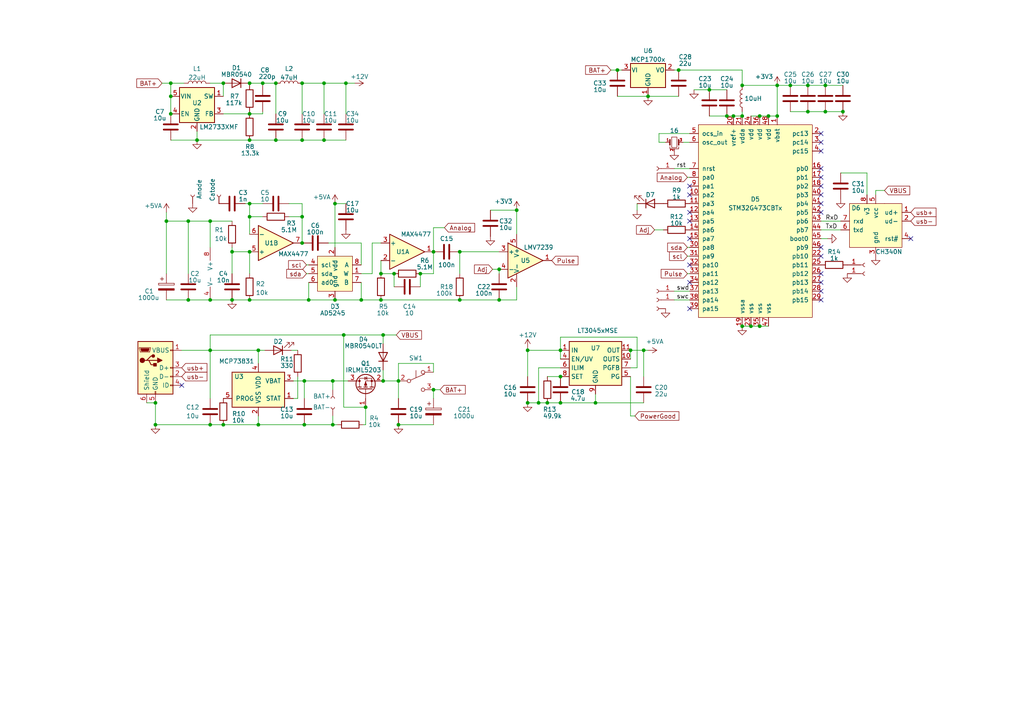
<source format=kicad_sch>
(kicad_sch (version 20211123) (generator eeschema)
  (paper "A4")
  (junction (at 80.01 40.64))
  (junction (at 60.96 86.995))
  (junction (at 110.49 79.375))
  (junction (at 60.96 123.19))
  (junction (at 162.56 101.6))
  (junction (at 97.155 86.995))
  (junction (at 205.74 26.035))
  (junction (at 121.92 79.375))
  (junction (at 179.07 20.32))
  (junction (at 49.53 24.13))
  (junction (at 45.085 123.19))
  (junction (at 162.56 116.84))
  (junction (at 67.31 73.025))
  (junction (at 225.425 33.655))
  (junction (at 133.35 73.025))
  (junction (at 153.035 116.84))
  (junction (at 115.57 110.49))
  (junction (at 72.39 24.13))
  (junction (at 144.78 86.995))
  (junction (at 74.93 101.6))
  (junction (at 114.3 79.375))
  (junction (at 220.345 94.615))
  (junction (at 162.56 109.22))
  (junction (at 72.39 40.64))
  (junction (at 87.63 70.485))
  (junction (at 64.77 24.13))
  (junction (at 144.78 78.105))
  (junction (at 215.265 33.655))
  (junction (at 244.475 32.385))
  (junction (at 45.085 116.84))
  (junction (at 96.52 123.19))
  (junction (at 187.96 27.94))
  (junction (at 106.045 118.11))
  (junction (at 60.96 101.6))
  (junction (at 186.69 101.6))
  (junction (at 100.33 24.13))
  (junction (at 99.695 97.155))
  (junction (at 97.155 59.055))
  (junction (at 125.73 73.025))
  (junction (at 104.775 86.995))
  (junction (at 156.21 116.84))
  (junction (at 111.125 110.49))
  (junction (at 54.61 64.135))
  (junction (at 87.63 24.13))
  (junction (at 172.72 116.84))
  (junction (at 76.2 24.13))
  (junction (at 133.35 86.995))
  (junction (at 88.265 110.49))
  (junction (at 215.265 24.765))
  (junction (at 115.57 123.19))
  (junction (at 89.535 86.995))
  (junction (at 212.725 33.655))
  (junction (at 220.345 33.655))
  (junction (at 125.73 113.03))
  (junction (at 239.395 32.385))
  (junction (at 217.805 94.615))
  (junction (at 234.315 24.765))
  (junction (at 111.125 97.155))
  (junction (at 234.315 32.385))
  (junction (at 96.52 110.49))
  (junction (at 225.425 24.765))
  (junction (at 72.39 86.995))
  (junction (at 93.98 24.13))
  (junction (at 80.01 24.13))
  (junction (at 182.88 101.6))
  (junction (at 210.82 33.655))
  (junction (at 87.63 62.865))
  (junction (at 67.31 86.995))
  (junction (at 49.53 33.02))
  (junction (at 87.63 40.64))
  (junction (at 60.96 64.135))
  (junction (at 64.77 123.19))
  (junction (at 54.61 86.995))
  (junction (at 72.39 33.02))
  (junction (at 222.885 33.655))
  (junction (at 110.49 86.995))
  (junction (at 239.395 24.765))
  (junction (at 48.26 64.135))
  (junction (at 196.85 20.32))
  (junction (at 158.75 116.84))
  (junction (at 229.235 24.765))
  (junction (at 93.98 40.64))
  (junction (at 88.265 123.19))
  (junction (at 215.265 94.615))
  (junction (at 74.93 123.19))
  (junction (at 72.39 59.055))
  (junction (at 149.86 60.96))
  (junction (at 72.39 62.865))
  (junction (at 57.15 40.64))
  (junction (at 153.035 101.6))
  (junction (at 49.53 27.94))
  (junction (at 72.39 73.025))
  (no_connect (at 238.125 48.895))
  (no_connect (at 238.125 79.375))
  (no_connect (at 200.025 76.835))
  (no_connect (at 238.125 74.295))
  (no_connect (at 200.025 69.215))
  (no_connect (at 238.125 43.815))
  (no_connect (at 200.025 89.535))
  (no_connect (at 264.16 69.215))
  (no_connect (at 238.125 59.055))
  (no_connect (at 200.025 61.595))
  (no_connect (at 238.125 81.915))
  (no_connect (at 238.125 61.595))
  (no_connect (at 238.125 53.975))
  (no_connect (at 200.025 56.515))
  (no_connect (at 52.705 111.76))
  (no_connect (at 238.125 56.515))
  (no_connect (at 200.025 81.915))
  (no_connect (at 200.025 64.135))
  (no_connect (at 200.025 53.975))
  (no_connect (at 238.125 84.455))
  (no_connect (at 238.125 41.275))
  (no_connect (at 238.125 51.435))
  (no_connect (at 238.125 71.755))
  (no_connect (at 238.125 86.995))
  (no_connect (at 238.125 38.735))
  (wire (pts (xy 115.57 123.19) (xy 125.73 123.19)))
  (wire (pts (xy 60.96 71.755) (xy 60.96 64.135)))
  (wire (pts (xy 93.98 24.13) (xy 100.33 24.13)))
  (wire (pts (xy 86.36 109.22) (xy 86.36 115.57)))
  (wire (pts (xy 199.39 71.755) (xy 200.025 71.755)))
  (wire (pts (xy 87.63 40.64) (xy 93.98 40.64)))
  (wire (pts (xy 182.88 101.6) (xy 186.69 101.6)))
  (wire (pts (xy 225.425 24.765) (xy 225.425 33.655)))
  (wire (pts (xy 72.39 33.02) (xy 64.77 33.02)))
  (wire (pts (xy 158.75 116.84) (xy 162.56 116.84)))
  (wire (pts (xy 184.785 97.79) (xy 162.56 97.79)))
  (wire (pts (xy 96.52 123.19) (xy 97.79 123.19)))
  (wire (pts (xy 239.395 32.385) (xy 244.475 32.385)))
  (wire (pts (xy 229.235 32.385) (xy 234.315 32.385)))
  (wire (pts (xy 88.9 76.835) (xy 89.535 76.835)))
  (wire (pts (xy 95.25 70.485) (xy 104.775 70.485)))
  (wire (pts (xy 153.035 100.965) (xy 153.035 101.6)))
  (wire (pts (xy 111.125 97.155) (xy 99.695 97.155)))
  (wire (pts (xy 229.235 24.765) (xy 234.315 24.765)))
  (wire (pts (xy 87.63 24.13) (xy 87.63 33.02)))
  (wire (pts (xy 48.26 61.595) (xy 48.26 64.135)))
  (wire (pts (xy 88.9 79.375) (xy 89.535 79.375)))
  (wire (pts (xy 149.86 83.185) (xy 149.86 86.995)))
  (wire (pts (xy 106.045 118.11) (xy 99.695 118.11)))
  (wire (pts (xy 96.52 110.49) (xy 96.52 113.03)))
  (wire (pts (xy 125.73 113.03) (xy 127.635 113.03)))
  (wire (pts (xy 67.31 73.025) (xy 67.31 79.375)))
  (wire (pts (xy 80.01 24.13) (xy 80.01 33.02)))
  (wire (pts (xy 64.77 24.13) (xy 60.96 24.13)))
  (wire (pts (xy 153.035 101.6) (xy 153.035 109.22)))
  (wire (pts (xy 121.92 79.375) (xy 121.92 83.185)))
  (wire (pts (xy 195.58 20.32) (xy 196.85 20.32)))
  (wire (pts (xy 125.73 113.03) (xy 125.73 115.57)))
  (wire (pts (xy 210.82 33.655) (xy 212.725 33.655)))
  (wire (pts (xy 156.21 116.84) (xy 158.75 116.84)))
  (wire (pts (xy 115.57 105.41) (xy 125.73 105.41)))
  (wire (pts (xy 104.775 70.485) (xy 104.775 76.835)))
  (wire (pts (xy 89.535 81.915) (xy 89.535 86.995)))
  (wire (pts (xy 144.78 86.995) (xy 149.86 86.995)))
  (wire (pts (xy 251.46 50.165) (xy 243.84 50.165)))
  (wire (pts (xy 107.95 70.485) (xy 107.95 79.375)))
  (wire (pts (xy 60.96 86.995) (xy 67.31 86.995)))
  (wire (pts (xy 256.54 55.245) (xy 254 55.245)))
  (wire (pts (xy 96.52 120.65) (xy 96.52 123.19)))
  (wire (pts (xy 104.775 86.995) (xy 110.49 86.995)))
  (wire (pts (xy 238.125 69.215) (xy 240.03 69.215)))
  (wire (pts (xy 72.39 59.055) (xy 76.2 59.055)))
  (wire (pts (xy 104.775 81.915) (xy 104.775 86.995)))
  (wire (pts (xy 212.725 33.655) (xy 215.265 33.655)))
  (wire (pts (xy 200.025 38.735) (xy 191.135 38.735)))
  (wire (pts (xy 64.77 123.19) (xy 74.93 123.19)))
  (wire (pts (xy 125.73 66.04) (xy 128.905 66.04)))
  (wire (pts (xy 67.31 71.755) (xy 67.31 73.025)))
  (wire (pts (xy 195.58 84.455) (xy 200.025 84.455)))
  (wire (pts (xy 80.01 40.64) (xy 87.63 40.64)))
  (wire (pts (xy 110.49 86.995) (xy 133.35 86.995)))
  (wire (pts (xy 205.74 26.035) (xy 210.82 26.035)))
  (wire (pts (xy 83.82 59.055) (xy 87.63 59.055)))
  (wire (pts (xy 100.33 24.13) (xy 102.87 24.13)))
  (wire (pts (xy 93.98 33.02) (xy 93.98 24.13)))
  (wire (pts (xy 205.74 33.655) (xy 210.82 33.655)))
  (wire (pts (xy 99.695 97.155) (xy 99.695 118.11)))
  (wire (pts (xy 110.49 79.375) (xy 114.3 79.375)))
  (wire (pts (xy 149.86 60.96) (xy 149.86 67.945)))
  (wire (pts (xy 198.12 41.275) (xy 200.025 41.275)))
  (wire (pts (xy 199.39 51.435) (xy 200.025 51.435)))
  (wire (pts (xy 195.58 48.895) (xy 200.025 48.895)))
  (wire (pts (xy 111.125 97.155) (xy 114.935 97.155)))
  (wire (pts (xy 100.33 24.13) (xy 100.33 33.02)))
  (wire (pts (xy 125.73 105.41) (xy 125.73 107.95)))
  (wire (pts (xy 74.93 123.19) (xy 88.265 123.19)))
  (wire (pts (xy 179.07 20.32) (xy 180.34 20.32)))
  (wire (pts (xy 87.63 62.865) (xy 87.63 70.485)))
  (wire (pts (xy 234.315 24.765) (xy 239.395 24.765)))
  (wire (pts (xy 111.125 107.315) (xy 111.125 110.49)))
  (wire (pts (xy 60.96 97.155) (xy 60.96 101.6)))
  (wire (pts (xy 184.785 106.68) (xy 184.785 97.79)))
  (wire (pts (xy 93.98 24.13) (xy 87.63 24.13)))
  (wire (pts (xy 97.155 59.055) (xy 100.33 59.055)))
  (wire (pts (xy 48.26 79.375) (xy 48.26 64.135)))
  (wire (pts (xy 115.57 105.41) (xy 115.57 110.49)))
  (wire (pts (xy 179.07 27.94) (xy 187.96 27.94)))
  (wire (pts (xy 76.2 24.765) (xy 76.2 24.13)))
  (wire (pts (xy 104.775 79.375) (xy 107.95 79.375)))
  (wire (pts (xy 182.88 120.65) (xy 184.15 120.65)))
  (wire (pts (xy 60.96 101.6) (xy 60.96 115.57)))
  (wire (pts (xy 49.53 27.94) (xy 49.53 33.02)))
  (wire (pts (xy 162.56 101.6) (xy 162.56 104.14)))
  (wire (pts (xy 215.265 32.385) (xy 215.265 33.655)))
  (wire (pts (xy 238.125 66.675) (xy 243.84 66.675)))
  (wire (pts (xy 215.265 24.765) (xy 225.425 24.765)))
  (wire (pts (xy 199.39 74.295) (xy 200.025 74.295)))
  (wire (pts (xy 96.52 110.49) (xy 100.965 110.49)))
  (wire (pts (xy 234.315 32.385) (xy 239.395 32.385)))
  (wire (pts (xy 76.835 101.6) (xy 74.93 101.6)))
  (wire (pts (xy 54.61 64.135) (xy 60.96 64.135)))
  (wire (pts (xy 222.885 33.655) (xy 225.425 33.655)))
  (wire (pts (xy 60.96 101.6) (xy 74.93 101.6)))
  (wire (pts (xy 86.36 115.57) (xy 85.09 115.57)))
  (wire (pts (xy 85.09 110.49) (xy 88.265 110.49)))
  (wire (pts (xy 72.39 67.945) (xy 72.39 62.865)))
  (wire (pts (xy 88.265 110.49) (xy 88.265 115.57)))
  (wire (pts (xy 87.63 59.055) (xy 87.63 62.865)))
  (wire (pts (xy 64.77 27.94) (xy 64.77 24.13)))
  (wire (pts (xy 54.61 86.995) (xy 60.96 86.995)))
  (wire (pts (xy 45.085 123.19) (xy 60.96 123.19)))
  (wire (pts (xy 172.72 114.3) (xy 172.72 116.84)))
  (wire (pts (xy 254 55.245) (xy 254 56.515)))
  (wire (pts (xy 52.705 101.6) (xy 60.96 101.6)))
  (wire (pts (xy 162.56 97.79) (xy 162.56 101.6)))
  (wire (pts (xy 189.865 66.675) (xy 192.405 66.675)))
  (wire (pts (xy 93.98 40.64) (xy 100.33 40.64)))
  (wire (pts (xy 182.88 109.22) (xy 182.88 120.65)))
  (wire (pts (xy 54.61 64.135) (xy 54.61 79.375)))
  (wire (pts (xy 74.93 120.65) (xy 74.93 123.19)))
  (wire (pts (xy 196.85 20.32) (xy 215.265 20.32)))
  (wire (pts (xy 74.93 101.6) (xy 74.93 105.41)))
  (wire (pts (xy 215.265 20.32) (xy 215.265 24.765)))
  (wire (pts (xy 76.2 32.385) (xy 76.2 33.02)))
  (wire (pts (xy 45.085 116.84) (xy 45.085 123.19)))
  (wire (pts (xy 172.72 116.84) (xy 186.69 116.84)))
  (wire (pts (xy 220.345 33.655) (xy 222.885 33.655)))
  (wire (pts (xy 57.15 38.1) (xy 57.15 40.64)))
  (wire (pts (xy 46.99 24.13) (xy 49.53 24.13)))
  (wire (pts (xy 184.785 59.055) (xy 184.785 60.96)))
  (wire (pts (xy 72.39 32.385) (xy 72.39 33.02)))
  (wire (pts (xy 110.49 75.565) (xy 110.49 79.375)))
  (wire (pts (xy 72.39 73.025) (xy 72.39 79.375)))
  (wire (pts (xy 251.46 56.515) (xy 251.46 50.165)))
  (wire (pts (xy 88.265 123.19) (xy 96.52 123.19)))
  (wire (pts (xy 239.395 24.765) (xy 244.475 24.765)))
  (wire (pts (xy 49.53 27.94) (xy 49.53 24.13)))
  (wire (pts (xy 142.875 78.105) (xy 144.78 78.105)))
  (wire (pts (xy 67.31 86.995) (xy 72.39 86.995)))
  (wire (pts (xy 97.155 86.995) (xy 104.775 86.995)))
  (wire (pts (xy 105.41 123.19) (xy 106.045 123.19)))
  (wire (pts (xy 182.88 106.68) (xy 184.785 106.68)))
  (wire (pts (xy 186.69 101.6) (xy 187.96 101.6)))
  (wire (pts (xy 187.96 27.94) (xy 196.85 27.94)))
  (wire (pts (xy 72.39 62.865) (xy 76.2 62.865)))
  (wire (pts (xy 177.165 20.32) (xy 179.07 20.32)))
  (wire (pts (xy 57.15 40.64) (xy 72.39 40.64)))
  (wire (pts (xy 114.3 79.375) (xy 114.3 83.185)))
  (wire (pts (xy 42.545 116.84) (xy 45.085 116.84)))
  (wire (pts (xy 125.73 73.025) (xy 125.73 79.375)))
  (wire (pts (xy 144.78 78.105) (xy 144.78 79.375)))
  (wire (pts (xy 133.35 73.025) (xy 133.35 79.375)))
  (wire (pts (xy 76.2 24.13) (xy 80.01 24.13)))
  (wire (pts (xy 156.21 106.68) (xy 156.21 116.84)))
  (wire (pts (xy 49.53 24.13) (xy 53.34 24.13)))
  (wire (pts (xy 106.045 123.19) (xy 106.045 118.11)))
  (wire (pts (xy 83.82 62.865) (xy 87.63 62.865)))
  (wire (pts (xy 49.53 40.64) (xy 57.15 40.64)))
  (wire (pts (xy 162.56 106.68) (xy 156.21 106.68)))
  (wire (pts (xy 172.72 116.84) (xy 162.56 116.84)))
  (wire (pts (xy 215.265 94.615) (xy 217.805 94.615)))
  (wire (pts (xy 71.12 59.055) (xy 72.39 59.055)))
  (wire (pts (xy 217.805 94.615) (xy 220.345 94.615)))
  (wire (pts (xy 48.26 64.135) (xy 54.61 64.135)))
  (wire (pts (xy 153.035 116.84) (xy 156.21 116.84)))
  (wire (pts (xy 72.39 62.865) (xy 72.39 59.055)))
  (wire (pts (xy 133.35 73.025) (xy 144.78 73.025)))
  (wire (pts (xy 67.31 73.025) (xy 72.39 73.025)))
  (wire (pts (xy 48.26 86.995) (xy 54.61 86.995)))
  (wire (pts (xy 133.35 86.995) (xy 144.78 86.995)))
  (wire (pts (xy 191.135 41.275) (xy 193.04 41.275)))
  (wire (pts (xy 84.455 101.6) (xy 86.36 101.6)))
  (wire (pts (xy 220.345 94.615) (xy 222.885 94.615)))
  (wire (pts (xy 111.125 110.49) (xy 115.57 110.49)))
  (wire (pts (xy 191.135 38.735) (xy 191.135 41.275)))
  (wire (pts (xy 72.39 40.64) (xy 80.01 40.64)))
  (wire (pts (xy 199.39 79.375) (xy 200.025 79.375)))
  (wire (pts (xy 186.69 101.6) (xy 186.69 109.22)))
  (wire (pts (xy 201.295 26.035) (xy 205.74 26.035)))
  (wire (pts (xy 238.125 64.135) (xy 243.84 64.135)))
  (wire (pts (xy 97.155 59.055) (xy 97.155 71.755)))
  (wire (pts (xy 72.39 86.995) (xy 89.535 86.995)))
  (wire (pts (xy 153.035 101.6) (xy 162.56 101.6)))
  (wire (pts (xy 158.75 109.22) (xy 162.56 109.22)))
  (wire (pts (xy 72.39 24.765) (xy 72.39 24.13)))
  (wire (pts (xy 76.2 33.02) (xy 72.39 33.02)))
  (wire (pts (xy 111.125 99.695) (xy 111.125 97.155)))
  (wire (pts (xy 89.535 86.995) (xy 97.155 86.995)))
  (wire (pts (xy 60.96 64.135) (xy 67.31 64.135)))
  (wire (pts (xy 72.39 24.13) (xy 76.2 24.13)))
  (wire (pts (xy 225.425 24.765) (xy 229.235 24.765)))
  (wire (pts (xy 142.24 60.96) (xy 149.86 60.96)))
  (wire (pts (xy 121.92 79.375) (xy 125.73 79.375)))
  (wire (pts (xy 115.57 110.49) (xy 115.57 115.57)))
  (wire (pts (xy 125.73 66.04) (xy 125.73 73.025)))
  (wire (pts (xy 182.88 101.6) (xy 182.88 104.14)))
  (wire (pts (xy 217.805 33.655) (xy 220.345 33.655)))
  (wire (pts (xy 110.49 70.485) (xy 107.95 70.485)))
  (wire (pts (xy 60.96 97.155) (xy 99.695 97.155)))
  (wire (pts (xy 88.265 110.49) (xy 96.52 110.49)))
  (wire (pts (xy 195.58 86.995) (xy 200.025 86.995)))
  (wire (pts (xy 60.96 123.19) (xy 64.77 123.19)))
  (label "rst" (at 196.215 48.895 0))
  (label "swc" (at 196.215 86.995 0))
  (label "RxD" (at 239.395 64.135 0))
  (label "swd" (at 196.215 84.455 0))
  (label "TxD" (at 239.395 66.675 0))
  (global_label "BAT+" (shape input) (at 46.99 24.13 180) (property "Обозначения листов" "${INTERSHEET_REFS}" (effects hide)))
  (global_label "scl" (shape input) (at 88.9 76.835 180) (property "Обозначения листов" "${INTERSHEET_REFS}" (effects hide)))
  (global_label "Adj" (shape input) (at 189.865 66.675 180) (property "Обозначения листов" "${INTERSHEET_REFS}" (effects hide)))
  (global_label "Analog" (shape input) (at 199.39 51.435 180) (property "Обозначения листов" "${INTERSHEET_REFS}" (effects hide)))
  (global_label "BAT+" (shape input) (at 127.635 113.03 0) (property "Обозначения листов" "${INTERSHEET_REFS}" (effects hide)))
  (global_label "Pulse" (shape input) (at 199.39 79.375 180) (property "Обозначения листов" "${INTERSHEET_REFS}" (effects hide)))
  (global_label "Pulse" (shape input) (at 160.02 75.565 0) (property "Обозначения листов" "${INTERSHEET_REFS}" (effects hide)))
  (global_label "sda" (shape input) (at 199.39 71.755 180) (property "Обозначения листов" "${INTERSHEET_REFS}" (effects hide)))
  (global_label "scl" (shape input) (at 199.39 74.295 180) (property "Обозначения листов" "${INTERSHEET_REFS}" (effects hide)))
  (global_label "usb+" (shape input) (at 264.16 61.595 0) (property "Обозначения листов" "${INTERSHEET_REFS}" (effects hide)))
  (global_label "VBUS" (shape input) (at 256.54 55.245 0) (property "Обозначения листов" "${INTERSHEET_REFS}" (effects hide)))
  (global_label "VBUS" (shape input) (at 114.935 97.155 0) (property "Обозначения листов" "${INTERSHEET_REFS}" (effects hide)))
  (global_label "usb-" (shape input) (at 264.16 64.135 0) (property "Обозначения листов" "${INTERSHEET_REFS}" (effects hide)))
  (global_label "BAT+" (shape input) (at 177.165 20.32 180) (property "Обозначения листов" "${INTERSHEET_REFS}" (effects hide)))
  (global_label "Analog" (shape input) (at 128.905 66.04 0) (property "Обозначения листов" "${INTERSHEET_REFS}" (effects hide)))
  (global_label "Adj" (shape input) (at 142.875 78.105 180) (property "Обозначения листов" "${INTERSHEET_REFS}" (effects hide)))
  (global_label "usb-" (shape input) (at 52.705 109.22 0) (property "Обозначения листов" "${INTERSHEET_REFS}" (effects hide)))
  (global_label "PowerGood" (shape input) (at 184.15 120.65 0) (property "Обозначения листов" "${INTERSHEET_REFS}" (effects hide)))
  (global_label "usb+" (shape input) (at 52.705 106.68 0) (property "Обозначения листов" "${INTERSHEET_REFS}" (effects hide)))
  (global_label "sda" (shape input) (at 88.9 79.375 180) (property "Обозначения листов" "${INTERSHEET_REFS}" (effects hide)))
  (symbol (lib_id "Device:R") (at 241.935 76.835 270) (unit 1)
    (property "Reference" "R14" (at 241.935 73.025 90))
    (property "Value" "1k" (at 241.935 74.93 90))
    (property "Footprint" "Resistor_SMD:R_0603_1608Metric" (effects hide))
  )
  (symbol (lib_id "Device:C") (at 87.63 36.83 180) (unit 1)
    (property "Reference" "C10" (at 89.535 33.02 0))
    (property "Value" "10u" (at 89.535 34.925 0))
    (property "Footprint" "Capacitor_SMD:C_0805_2012Metric" (effects hide))
  )
  (symbol (lib_id "Device:R") (at 72.39 36.83 0) (unit 1)
    (property "Reference" "R8" (at 71.12 42.545 0) (effects (justify left)))
    (property "Value" "13.3k" (at 69.85 44.45 0) (effects (justify left)))
    (property "Footprint" "Resistor_SMD:R_0603_1608Metric" (effects hide))
  )
  (symbol (lib_id "Device:C") (at 153.035 113.03 180) (unit 1)
    (property "Reference" "C16" (at 147.955 112.395 0))
    (property "Value" "10u" (at 147.955 114.3 0))
    (property "Footprint" "Capacitor_SMD:C_0603_1608Metric" (effects hide))
  )
  (symbol (lib_id "Device:R") (at 196.215 59.055 270) (unit 1)
    (property "Reference" "R9" (at 196.215 55.245 90))
    (property "Value" "1k" (at 196.215 57.15 90))
    (property "Footprint" "Resistor_SMD:R_0603_1608Metric" (effects hide))
  )
  (symbol (lib_id "Device:R") (at 64.77 119.38 0) (unit 1)
    (property "Reference" "R10" (at 67.31 120.015 0) (effects (justify left)))
    (property "Value" "10k" (at 67.31 121.92 0) (effects (justify left)))
    (property "Footprint" "Resistor_SMD:R_0603_1608Metric" (effects hide))
  )
  (symbol (lib_id "Device:C") (at 196.85 24.13 180) (unit 1)
    (property "Reference" "C28" (at 198.755 16.51 0))
    (property "Value" "22u" (at 198.755 18.415 0))
    (property "Footprint" "Capacitor_SMD:C_0603_1608Metric" (effects hide))
  )
  (symbol (lib_id "Device:C") (at 80.01 36.83 180) (unit 1)
    (property "Reference" "C9" (at 81.915 33.02 0))
    (property "Value" "10u" (at 81.915 34.925 0))
    (property "Footprint" "Capacitor_SMD:C_0805_2012Metric" (effects hide))
  )
  (symbol (lib_id "Device:C") (at 100.33 36.83 180) (unit 1)
    (property "Reference" "C34" (at 102.235 33.02 0))
    (property "Value" "10u" (at 102.235 34.925 0))
    (property "Footprint" "Capacitor_SMD:C_0805_2012Metric" (effects hide))
  )
  (symbol (lib_id "Device:R") (at 118.11 79.375 90) (unit 1)
    (property "Reference" "R6" (at 123.19 75.565 90))
    (property "Value" "5.1M" (at 123.19 77.47 90))
    (property "Footprint" "Resistor_SMD:R_0603_1608Metric" (effects hide))
  )
  (symbol (lib_id "power:GND") (at 193.04 89.535 0) (unit 1)
    (property "Reference" "#PWR05" (effects hide))
    (property "Value" "GND" (effects hide))
  )
  (symbol (lib_id "Battery_Management:MCP73831-2-OT") (at 74.93 113.03 0) (unit 1)
    (property "Reference" "U3" (at 67.945 109.22 0) (effects (justify left)))
    (property "Value" "MCP73831" (at 63.5 104.775 0) (effects (justify left)))
    (property "Footprint" "Package_TO_SOT_SMD:SOT-23-5" (effects hide))
    (property "Datasheet" "http://ww1.microchip.com/downloads/en/DeviceDoc/20001984g.pdf" (effects hide))
  )
  (symbol (lib_id "Amplifier_Operational:AD8676xR") (at 60.96 79.375 0) (unit 3)
    (property "Reference" "U1" (effects hide))
    (property "Value" "MAX4477" (effects hide))
    (property "Footprint" "Package_SO:SSOP-8_2.95x2.8mm_P0.65mm" (effects hide))
    (property "Datasheet" "https://www.analog.com/media/en/technical-documentation/data-sheets/AD8676.pdf" (effects hide))
  )
  (symbol (lib_id "Device:C") (at 100.33 62.865 180) (unit 1)
    (property "Reference" "C17" (at 102.235 59.055 0))
    (property "Value" "10u" (at 102.235 60.96 0))
    (property "Footprint" "Capacitor_SMD:C_0603_1608Metric" (effects hide))
  )
  (symbol (lib_id "Anemometer_200_G473-rescue:AD5245-My_Library-My_Library-Anemometer_200_G473-rescue-Anemometer_200_G473-rescue-Anemometer_200_G473-rescue") (at 97.155 81.915 0) (unit 1)
    (property "Reference" "D3" (at 97.155 88.9 0))
    (property "Value" "AD5245" (at 96.52 90.805 0))
    (property "Footprint" "Package_TO_SOT_SMD:SOT-23-8_Handsoldering" (effects hide))
  )
  (symbol (lib_id "power:GND") (at 215.265 94.615 0) (unit 1)
    (property "Reference" "#PWR013" (effects hide))
    (property "Value" "GND" (effects hide))
  )
  (symbol (lib_id "power:GND") (at 184.785 60.96 0) (unit 1)
    (property "Reference" "#PWR020" (effects hide))
    (property "Value" "GND" (effects hide))
  )
  (symbol (lib_id "Anemometer_200_G473-rescue:CH340N-My_Library-Anemometer_200_G473-rescue-Anemometer_200_G473-rescue-Anemometer_200_G473-rescue-Anemometer_200_G473-rescue") (at 254 66.675 0) (mirror y) (unit 1)
    (property "Reference" "D6" (at 248.285 60.325 0))
    (property "Value" "CH340N" (at 257.81 73.025 0))
    (property "Footprint" "Package_SO:SOP-8_3.9x4.9mm_P1.27mm" (effects hide))
  )
  (symbol (lib_id "Device:R") (at 80.01 62.865 90) (unit 1)
    (property "Reference" "R3" (at 84.455 64.77 90))
    (property "Value" "5.1M" (at 83.82 66.675 90))
    (property "Footprint" "Resistor_SMD:R_0603_1608Metric" (effects hide))
  )
  (symbol (lib_id "Device:C") (at 142.24 64.77 180) (unit 1)
    (property "Reference" "C32" (at 146.685 64.135 0))
    (property "Value" "10u" (at 146.685 66.04 0))
    (property "Footprint" "Capacitor_SMD:C_0603_1608Metric" (effects hide))
  )
  (symbol (lib_id "Connector:Conn_01x01_Female") (at 250.825 79.375 0) (unit 1)
    (property "Reference" "J3" (effects hide))
    (property "Value" "Conn_01x01_Female" (effects hide))
    (property "Footprint" "lib:conn_mini" (effects hide))
  )
  (symbol (lib_id "Comparator:LMV7219M5") (at 152.4 75.565 0) (unit 1)
    (property "Reference" "U5" (at 152.4 75.565 0))
    (property "Value" "LMV7239" (at 156.21 71.755 0))
    (property "Footprint" "Package_TO_SOT_SMD:SOT-23-5" (effects hide))
    (property "Datasheet" "https://www.ti.com/lit/ds/symlink/lmv7219.pdf" (effects hide))
  )
  (symbol (lib_id "Regulator_Linear:LT3045xMSE") (at 172.72 104.14 0) (unit 1)
    (property "Reference" "U7" (at 172.72 100.965 0))
    (property "Value" "LT3045xMSE" (at 173.355 95.885 0))
    (property "Footprint" "Package_SO:MSOP-12-1EP_3x4mm_P0.65mm_EP1.65x2.85mm" (effects hide))
    (property "Datasheet" "https://www.analog.com/media/en/technical-documentation/data-sheets/3045fa.pdf" (effects hide))
  )
  (symbol (lib_id "Regulator_Switching:LM2733XMF") (at 57.15 30.48 0) (unit 1)
    (property "Reference" "U2" (at 57.15 29.845 0))
    (property "Value" "LM2733XMF" (at 63.5 36.83 0))
    (property "Footprint" "Package_TO_SOT_SMD:SOT-23-5" (effects hide))
    (property "Datasheet" "http://www.ti.com/lit/ds/symlink/lm2733.pdf" (effects hide))
  )
  (symbol (lib_id "Device:C") (at 49.53 36.83 180) (unit 1)
    (property "Reference" "C7" (at 46.355 32.385 0))
    (property "Value" "10u" (at 46.355 34.29 0))
    (property "Footprint" "Capacitor_SMD:C_0805_2012Metric" (effects hide))
  )
  (symbol (lib_id "power:GND") (at 254 74.295 0) (unit 1)
    (property "Reference" "#PWR018" (effects hide))
    (property "Value" "GND" (effects hide))
  )
  (symbol (lib_id "Device:C") (at 186.69 113.03 180) (unit 1)
    (property "Reference" "C20" (at 191.77 112.395 0))
    (property "Value" "22u" (at 191.77 114.3 0))
    (property "Footprint" "Capacitor_SMD:C_0603_1608Metric" (effects hide))
  )
  (symbol (lib_id "power:+5VA") (at 187.96 101.6 270) (unit 1)
    (property "Reference" "#PWR0109" (effects hide))
    (property "Value" "+5VA" (at 187.325 99.06 90) (effects (justify left)))
  )
  (symbol (lib_id "power:GND") (at 240.03 69.215 90) (unit 1)
    (property "Reference" "#PWR015" (effects hide))
    (property "Value" "GND" (effects hide))
  )
  (symbol (lib_id "Device:C") (at 179.07 24.13 180) (unit 1)
    (property "Reference" "C33" (at 173.99 24.13 0))
    (property "Value" "10u" (at 173.99 26.035 0))
    (property "Footprint" "Capacitor_SMD:C_0603_1608Metric" (effects hide))
  )
  (symbol (lib_id "Device:R") (at 86.36 105.41 0) (unit 1)
    (property "Reference" "R11" (at 81.28 104.14 0) (effects (justify left)))
    (property "Value" "330" (at 81.28 106.045 0) (effects (justify left)))
    (property "Footprint" "Resistor_SMD:R_0603_1608Metric" (effects hide))
  )
  (symbol (lib_id "Device:C") (at 144.78 83.185 180) (unit 1)
    (property "Reference" "C22" (at 140.335 83.185 0))
    (property "Value" "100n" (at 140.335 85.09 0))
    (property "Footprint" "Capacitor_SMD:C_0603_1608Metric" (effects hide))
  )
  (symbol (lib_id "Device:C") (at 80.01 59.055 90) (unit 1)
    (property "Reference" "C5" (at 76.835 55.88 90))
    (property "Value" "10" (at 76.835 57.785 90))
    (property "Footprint" "Capacitor_SMD:C_0603_1608Metric" (effects hide))
  )
  (symbol (lib_id "My-Library:Conn") (at 190.5 89.535 180) (unit 1)
    (property "Reference" "J19" (effects hide))
    (property "Value" "Conn" (effects hide))
    (property "Footprint" "My-library:SMD-CONN" (effects hide))
  )
  (symbol (lib_id "Device:R") (at 110.49 83.185 0) (unit 1)
    (property "Reference" "R5" (at 109.855 88.9 0) (effects (justify left)))
    (property "Value" "10k" (at 109.22 90.805 0) (effects (justify left)))
    (property "Footprint" "Resistor_SMD:R_0603_1608Metric" (effects hide))
  )
  (symbol (lib_id "Device:C") (at 67.31 59.055 90) (unit 1)
    (property "Reference" "C3" (at 70.485 55.88 90))
    (property "Value" "1n" (at 70.485 57.785 90))
    (property "Footprint" "Capacitor_SMD:C_0603_1608Metric" (effects hide))
  )
  (symbol (lib_id "Device:L") (at 57.15 24.13 90) (unit 1)
    (property "Reference" "L1" (at 57.15 19.9222 90))
    (property "Value" "22uH" (at 57.15 22.4591 90))
    (property "Footprint" "Inductor_SMD:L_1206_3216Metric" (effects hide))
  )
  (symbol (lib_id "Device:R") (at 196.215 66.675 270) (unit 1)
    (property "Reference" "R12" (at 196.215 62.865 90))
    (property "Value" "10k" (at 196.215 64.77 90))
    (property "Footprint" "Resistor_SMD:R_0603_1608Metric" (effects hide))
  )
  (symbol (lib_id "Device:C") (at 76.2 28.575 180) (unit 1)
    (property "Reference" "C8" (at 76.835 20.32 0))
    (property "Value" "220p" (at 77.47 22.225 0))
    (property "Footprint" "Capacitor_SMD:C_0603_1608Metric" (effects hide))
  )
  (symbol (lib_id "power:+5VA") (at 97.155 59.055 0) (unit 1)
    (property "Reference" "#PWR03" (effects hide))
    (property "Value" "+5VA" (at 93.345 57.15 0))
  )
  (symbol (lib_id "power:GND") (at 195.58 43.815 0) (unit 1)
    (property "Reference" "#PWR09" (effects hide))
    (property "Value" "GND" (effects hide))
  )
  (symbol (lib_id "Amplifier_Operational:AD8676xR") (at 80.01 70.485 0) (mirror x) (unit 2)
    (property "Reference" "U1" (at 78.74 70.485 0))
    (property "Value" "MAX4477" (at 85.09 73.66 0))
    (property "Footprint" "Package_SO:SSOP-8_2.95x2.8mm_P0.65mm" (effects hide))
    (property "Datasheet" "https://www.analog.com/media/en/technical-documentation/data-sheets/AD8676.pdf" (effects hide))
  )
  (symbol (lib_id "power:GND") (at 243.84 57.785 0) (unit 1)
    (property "Reference" "#PWR017" (effects hide))
    (property "Value" "GND" (effects hide))
  )
  (symbol (lib_id "Device:C") (at 118.11 83.185 90) (unit 1)
    (property "Reference" "C14" (at 118.745 88.9 90))
    (property "Value" "10" (at 118.745 90.805 90))
    (property "Footprint" "Capacitor_SMD:C_0603_1608Metric" (effects hide))
  )
  (symbol (lib_id "My-Library:Conn") (at 55.88 56.515 90) (unit 1)
    (property "Reference" "J13" (effects hide))
    (property "Value" "Anode" (at 57.785 57.785 0) (effects (justify left)))
    (property "Footprint" "Connector_Pin:Pin_D0.7mm_L6.5mm_W1.8mm_FlatFork" (effects hide))
  )
  (symbol (lib_id "power:+12V") (at 153.035 100.965 0) (unit 1)
    (property "Reference" "#PWR0110" (effects hide))
    (property "Value" "+12V" (at 153.035 97.155 0))
  )
  (symbol (lib_id "Device:R") (at 72.39 83.185 0) (unit 1)
    (property "Reference" "R2" (at 74.168 82.3503 0) (effects (justify left)))
    (property "Value" "10k" (at 74.168 84.8872 0) (effects (justify left)))
    (property "Footprint" "Resistor_SMD:R_0603_1608Metric" (effects hide))
  )
  (symbol (lib_id "power:GND") (at 187.96 27.94 0) (unit 1)
    (property "Reference" "#PWR021" (effects hide))
    (property "Value" "GND" (effects hide))
  )
  (symbol (lib_id "Device:C_Polarized") (at 125.73 119.38 0) (unit 1)
    (property "Reference" "C21" (at 132.715 118.745 0) (effects (justify left)))
    (property "Value" "1000u" (at 131.445 120.65 0) (effects (justify left)))
    (property "Footprint" "Capacitor_Tantalum_SMD:CP_EIA-7132-28_AVX-C" (effects hide))
  )
  (symbol (lib_id "Device:LED") (at 188.595 59.055 0) (mirror x) (unit 1)
    (property "Reference" "D7" (at 188.595 56.515 0))
    (property "Value" "LED" (effects hide))
    (property "Footprint" "LED_SMD:LED_0603_1608Metric" (effects hide))
  )
  (symbol (lib_id "Anemometer_200_G473-rescue:+3.3V-power") (at 149.86 60.96 0) (unit 1)
    (property "Reference" "#PWR0104" (effects hide))
    (property "Value" "+3.3V" (at 146.05 58.42 0))
  )
  (symbol (lib_id "Device:C") (at 88.265 119.38 180) (unit 1)
    (property "Reference" "C13" (at 83.185 118.745 0))
    (property "Value" "10u" (at 83.185 120.65 0))
    (property "Footprint" "Capacitor_SMD:C_0805_2012Metric" (effects hide))
  )
  (symbol (lib_id "Device:C") (at 229.235 28.575 180) (unit 1)
    (property "Reference" "C25" (at 229.235 21.59 0))
    (property "Value" "10u" (at 229.235 23.495 0))
    (property "Footprint" "Capacitor_SMD:C_0603_1608Metric" (effects hide))
  )
  (symbol (lib_id "Device:C") (at 210.82 29.845 180) (unit 1)
    (property "Reference" "C24" (at 210.82 22.86 0))
    (property "Value" "10u" (at 210.82 24.765 0))
    (property "Footprint" "Capacitor_SMD:C_0603_1608Metric" (effects hide))
  )
  (symbol (lib_id "Amplifier_Operational:AD8676xR") (at 118.11 73.025 0) (unit 1)
    (property "Reference" "U1" (at 116.84 73.025 0))
    (property "Value" "MAX4477" (at 120.65 67.945 0))
    (property "Footprint" "Package_SO:SSOP-8_2.95x2.8mm_P0.65mm" (effects hide))
    (property "Datasheet" "https://www.analog.com/media/en/technical-documentation/data-sheets/AD8676.pdf" (effects hide))
  )
  (symbol (lib_id "Device:Q_PMOS_GSD") (at 106.045 113.03 90) (unit 1)
    (property "Reference" "Q1" (at 106.045 105.41 90))
    (property "Value" "IRLML5203" (at 105.41 107.315 90))
    (property "Footprint" "Package_TO_SOT_SMD:SOT-23" (effects hide))
  )
  (symbol (lib_id "power:+5VA") (at 48.26 61.595 0) (unit 1)
    (property "Reference" "#PWR0103" (effects hide))
    (property "Value" "+5VA" (at 44.45 59.69 0))
  )
  (symbol (lib_id "Device:Crystal_GND2_Small") (at 195.58 41.275 0) (unit 1)
    (property "Reference" "Y1" (effects hide))
    (property "Value" "16" (at 195.58 37.8714 0))
    (property "Footprint" "Crystal:Resonator_SMD_Murata_CSTxExxV-3Pin_3.0x1.1mm" (effects hide))
  )
  (symbol (lib_id "Device:C") (at 243.84 53.975 180) (unit 1)
    (property "Reference" "C31" (at 248.92 53.34 0))
    (property "Value" "10u" (at 248.92 55.245 0))
    (property "Footprint" "Capacitor_SMD:C_0603_1608Metric" (effects hide))
  )
  (symbol (lib_id "power:GND") (at 245.745 79.375 0) (unit 1)
    (property "Reference" "#PWR08" (effects hide))
    (property "Value" "GND" (effects hide))
  )
  (symbol (lib_id "power:GND") (at 100.33 66.675 0) (unit 1)
    (property "Reference" "#PWR04" (effects hide))
    (property "Value" "GND" (effects hide))
  )
  (symbol (lib_id "Device:C") (at 60.96 119.38 180) (unit 1)
    (property "Reference" "C12" (at 55.88 118.11 0))
    (property "Value" "10u" (at 55.88 120.65 0))
    (property "Footprint" "Capacitor_SMD:C_0805_2012Metric" (effects hide))
  )
  (symbol (lib_id "power:GND") (at 244.475 32.385 0) (unit 1)
    (property "Reference" "#PWR016" (effects hide))
    (property "Value" "GND" (effects hide))
  )
  (symbol (lib_id "Device:R") (at 158.75 113.03 0) (unit 1)
    (property "Reference" "R13" (at 157.48 118.745 0) (effects (justify left)))
    (property "Value" "49.9k" (at 157.48 120.65 0) (effects (justify left)))
    (property "Footprint" "Resistor_SMD:R_0603_1608Metric" (effects hide))
  )
  (symbol (lib_id "power:+12V") (at 102.87 24.13 270) (unit 1)
    (property "Reference" "#PWR0102" (effects hide))
    (property "Value" "+12V" (at 101.6 22.225 90) (effects (justify left)))
  )
  (symbol (lib_id "power:GND") (at 142.24 68.58 0) (unit 1)
    (property "Reference" "#PWR019" (effects hide))
    (property "Value" "GND" (effects hide))
  )
  (symbol (lib_id "Connector:Conn_01x01_Female") (at 190.5 84.455 180) (unit 1)
    (property "Reference" "J21" (effects hide))
    (property "Value" "Conn_01x01_Female" (effects hide))
    (property "Footprint" "lib:conn_mini" (effects hide))
  )
  (symbol (lib_id "Device:C") (at 54.61 83.185 180) (unit 1)
    (property "Reference" "C2" (at 56.515 79.375 0))
    (property "Value" "10u" (at 56.515 81.28 0))
    (property "Footprint" "Capacitor_SMD:C_0603_1608Metric" (effects hide))
  )
  (symbol (lib_id "Device:C") (at 115.57 119.38 180) (unit 1)
    (property "Reference" "C19" (at 120.65 118.745 0))
    (property "Value" "10u" (at 120.65 120.65 0))
    (property "Footprint" "Capacitor_SMD:C_0805_2012Metric" (effects hide))
  )
  (symbol (lib_id "Device:R") (at 133.35 83.185 180) (unit 1)
    (property "Reference" "R18" (at 129.54 83.185 0))
    (property "Value" "100k" (at 128.905 85.09 0))
    (property "Footprint" "Resistor_SMD:R_0603_1608Metric" (effects hide))
  )
  (symbol (lib_id "power:GND") (at 57.15 40.64 0) (unit 1)
    (property "Reference" "#PWR02" (effects hide))
    (property "Value" "GND" (effects hide))
  )
  (symbol (lib_id "power:GND") (at 55.88 59.055 0) (unit 1)
    (property "Reference" "#PWR010" (effects hide))
    (property "Value" "GND" (effects hide))
  )
  (symbol (lib_id "My-Library:Conn") (at 96.52 115.57 270) (unit 1)
    (property "Reference" "J4" (effects hide))
    (property "Value" "BAT+" (at 90.805 114.935 90) (effects (justify left)))
    (property "Footprint" "My-library:SMD-CONN" (effects hide))
  )
  (symbol (lib_id "Device:L") (at 83.82 24.13 90) (unit 1)
    (property "Reference" "L2" (at 83.82 19.9222 90))
    (property "Value" "47uH" (at 83.82 22.4591 90))
    (property "Footprint" "Inductor_SMD:L_0805_2012Metric" (effects hide))
  )
  (symbol (lib_id "Switch:SW_Push_SPDT") (at 120.65 110.49 0) (unit 1)
    (property "Reference" "SW1" (at 120.65 103.8692 0))
    (property "Value" "SW_Push_SPDT" (effects hide))
    (property "Footprint" "lib:MySwithc" (effects hide))
  )
  (symbol (lib_id "Device:R") (at 72.39 28.575 0) (unit 1)
    (property "Reference" "R7" (at 66.675 27.94 0) (effects (justify left)))
    (property "Value" "117k" (at 65.405 29.845 0) (effects (justify left)))
    (property "Footprint" "Resistor_SMD:R_0603_1608Metric" (effects hide))
  )
  (symbol (lib_id "My-Library:Conn") (at 96.52 118.11 90) (unit 1)
    (property "Reference" "J5" (effects hide))
    (property "Value" "BAT-" (at 95.885 118.11 90) (effects (justify left)))
    (property "Footprint" "My-library:SMD-CONN" (effects hide))
  )
  (symbol (lib_id "Device:D") (at 68.58 24.13 180) (unit 1)
    (property "Reference" "D1" (at 68.58 19.685 0))
    (property "Value" "MBR0540" (at 68.58 21.59 0))
    (property "Footprint" "Diode_SMD:D_SOD-123" (effects hide))
  )
  (symbol (lib_id "Regulator_Linear:MCP1700x-330xxTT") (at 187.96 20.32 0) (unit 1)
    (property "Reference" "U6" (at 187.96 14.7152 0))
    (property "Value" "MCP1700x" (at 187.96 17.2521 0))
    (property "Footprint" "Package_TO_SOT_SMD:SOT-23" (effects hide))
    (property "Datasheet" "http://ww1.microchip.com/downloads/en/DeviceDoc/20001826D.pdf" (effects hide))
  )
  (symbol (lib_id "Device:C") (at 244.475 28.575 180) (unit 1)
    (property "Reference" "C30" (at 244.475 21.59 0))
    (property "Value" "10u" (at 244.475 23.495 0))
    (property "Footprint" "Capacitor_SMD:C_0603_1608Metric" (effects hide))
  )
  (symbol (lib_id "power:GND") (at 153.035 116.84 0) (unit 1)
    (property "Reference" "#PWR06" (effects hide))
    (property "Value" "GND" (effects hide))
  )
  (symbol (lib_id "Device:R") (at 101.6 123.19 90) (unit 1)
    (property "Reference" "R4" (at 109.855 121.285 90) (effects (justify left)))
    (property "Value" "10k" (at 110.49 123.19 90) (effects (justify left)))
    (property "Footprint" "Resistor_SMD:R_0603_1608Metric" (effects hide))
  )
  (symbol (lib_id "Device:R") (at 67.31 67.945 0) (unit 1)
    (property "Reference" "R1" (at 62.23 66.675 0) (effects (justify left)))
    (property "Value" "10k" (at 62.23 69.215 0) (effects (justify left)))
    (property "Footprint" "Resistor_SMD:R_0603_1608Metric" (effects hide))
  )
  (symbol (lib_id "power:GND") (at 67.31 86.995 0) (unit 1)
    (property "Reference" "#PWR01" (effects hide))
    (property "Value" "GND" (effects hide))
  )
  (symbol (lib_id "Device:C") (at 205.74 29.845 180) (unit 1)
    (property "Reference" "C23" (at 204.47 22.86 0))
    (property "Value" "10u" (at 204.47 24.765 0))
    (property "Footprint" "Capacitor_SMD:C_0603_1608Metric" (effects hide))
  )
  (symbol (lib_id "Connector:Conn_01x01_Female") (at 190.5 48.895 180) (unit 1)
    (property "Reference" "J20" (effects hide))
    (property "Value" "Conn_01x01_Female" (effects hide))
    (property "Footprint" "lib:conn_mini" (effects hide))
  )
  (symbol (lib_id "power:GND") (at 45.085 123.19 0) (unit 1)
    (property "Reference" "#PWR0101" (effects hide))
    (property "Value" "GND" (effects hide))
  )
  (symbol (lib_id "Device:LED") (at 80.645 101.6 180) (unit 1)
    (property "Reference" "D2" (at 80.645 99.06 0))
    (property "Value" "LED" (effects hide))
    (property "Footprint" "LED_SMD:LED_0603_1608Metric" (effects hide))
  )
  (symbol (lib_id "Anemometer_200_G473-rescue:+3.3V-power") (at 225.425 24.765 0) (unit 1)
    (property "Reference" "#PWR014" (effects hide))
    (property "Value" "+3.3V" (at 221.615 22.225 0))
  )
  (symbol (lib_id "Device:C") (at 91.44 70.485 90) (unit 1)
    (property "Reference" "C6" (at 91.44 65.405 90))
    (property "Value" "100n" (at 91.44 67.31 90))
    (property "Footprint" "Capacitor_SMD:C_0603_1608Metric" (effects hide))
  )
  (symbol (lib_id "Device:C") (at 93.98 36.83 180) (unit 1)
    (property "Reference" "C11" (at 95.885 33.02 0))
    (property "Value" "10u" (at 95.885 34.925 0))
    (property "Footprint" "Capacitor_SMD:C_0805_2012Metric" (effects hide))
  )
  (symbol (lib_id "Connector:Conn_01x01_Female") (at 250.825 76.835 0) (unit 1)
    (property "Reference" "J2" (effects hide))
    (property "Value" "Conn_01x01_Female" (effects hide))
    (property "Footprint" "lib:conn_mini" (effects hide))
  )
  (symbol (lib_id "Device:C") (at 162.56 113.03 180) (unit 1)
    (property "Reference" "C18" (at 167.64 113.665 0))
    (property "Value" "4.7u" (at 167.64 115.57 0))
    (property "Footprint" "Capacitor_SMD:C_0603_1608Metric" (effects hide))
  )
  (symbol (lib_id "Anemometer_200_G473-rescue:STM32G473CBTx-My_Library-Anemometer_200_G473-rescue-Anemometer_200_G473-rescue-Anemometer_200_G473-rescue-Anemometer_200_G473-rescue") (at 220.345 64.135 0) (unit 1)
    (property "Reference" "D5" (at 219.075 57.785 0))
    (property "Value" "STM32G473CBTx" (at 219.075 60.325 0))
    (property "Footprint" "Package_QFP:LQFP-48_7x7mm_P0.5mm" (effects hide))
  )
  (symbol (lib_id "Connector:Conn_01x01_Female") (at 190.5 86.995 180) (unit 1)
    (property "Reference" "J22" (effects hide))
    (property "Value" "Conn_01x01_Female" (effects hide))
    (property "Footprint" "lib:conn_mini" (effects hide))
  )
  (symbol (lib_id "My-Library:Conn") (at 63.5 56.515 90) (unit 1)
    (property "Reference" "J14" (effects hide))
    (property "Value" "Catode" (at 61.595 58.42 0) (effects (justify left)))
    (property "Footprint" "Connector_Pin:Pin_D0.7mm_L6.5mm_W1.8mm_FlatFork" (effects hide))
  )
  (symbol (lib_id "power:GND") (at 201.295 26.035 0) (unit 1)
    (property "Reference" "#PWR011" (effects hide))
    (property "Value" "GND" (effects hide))
  )
  (symbol (lib_id "Device:L") (at 215.265 28.575 180) (unit 1)
    (property "Reference" "L3" (effects hide))
    (property "Value" "10uH" (at 215.9 28.575 0) (effects (justify right)))
    (property "Footprint" "Inductor_SMD:L_0805_2012Metric" (effects hide))
  )
  (symbol (lib_id "Device:D") (at 111.125 103.505 90) (unit 1)
    (property "Reference" "D4" (at 105.41 98.425 90))
    (property "Value" "MBR0540LT" (at 105.41 100.33 90))
    (property "Footprint" "Diode_SMD:D_SOD-123" (effects hide))
  )
  (symbol (lib_id "Device:C_Polarized") (at 48.26 83.185 0) (unit 1)
    (property "Reference" "C1" (at 41.91 84.455 0) (effects (justify left)))
    (property "Value" "1000u" (at 40.005 86.36 0) (effects (justify left)))
    (property "Footprint" "Capacitor_Tantalum_SMD:CP_EIA-7132-28_AVX-C" (effects hide))
  )
  (symbol (lib_id "Connector:USB_B_Micro") (at 45.085 106.68 0) (unit 1)
    (property "Reference" "J1" (effects hide))
    (property "Value" "USB_B_Micro" (effects hide))
    (property "Footprint" "Connector_USB:USB_Micro-B_Amphenol_10104110_Horizontal" (effects hide))
  )
  (symbol (lib_id "Device:C") (at 129.54 73.025 90) (unit 1)
    (property "Reference" "C15" (at 129.54 69.215 90))
    (property "Value" "100n" (at 129.54 76.835 90))
    (property "Footprint" "Capacitor_SMD:C_0603_1608Metric" (effects hide))
  )
  (symbol (lib_id "Device:C") (at 239.395 28.575 180) (unit 1)
    (property "Reference" "C27" (at 239.395 21.59 0))
    (property "Value" "10u" (at 239.395 23.495 0))
    (property "Footprint" "Capacitor_SMD:C_0603_1608Metric" (effects hide))
  )
  (symbol (lib_id "Device:C") (at 234.315 28.575 180) (unit 1)
    (property "Reference" "C26" (at 234.315 21.59 0))
    (property "Value" "10u" (at 234.315 23.495 0))
    (property "Footprint" "Capacitor_SMD:C_0603_1608Metric" (effects hide))
  )
  (symbol (lib_id "Device:C") (at 67.31 83.185 180) (unit 1)
    (property "Reference" "C4" (at 64.77 79.375 0))
    (property "Value" "10n" (at 64.77 81.28 0))
    (property "Footprint" "Capacitor_SMD:C_0603_1608Metric" (effects hide))
  )
  (symbol (lib_id "power:GND") (at 115.57 123.19 0) (unit 1)
    (property "Reference" "#PWR07" (effects hide))
    (property "Value" "GND" (effects hide))
  )
)
</source>
